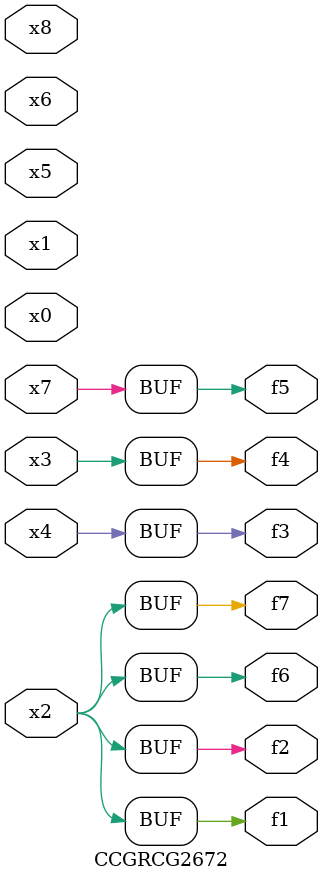
<source format=v>
module CCGRCG2672(
	input x0, x1, x2, x3, x4, x5, x6, x7, x8,
	output f1, f2, f3, f4, f5, f6, f7
);
	assign f1 = x2;
	assign f2 = x2;
	assign f3 = x4;
	assign f4 = x3;
	assign f5 = x7;
	assign f6 = x2;
	assign f7 = x2;
endmodule

</source>
